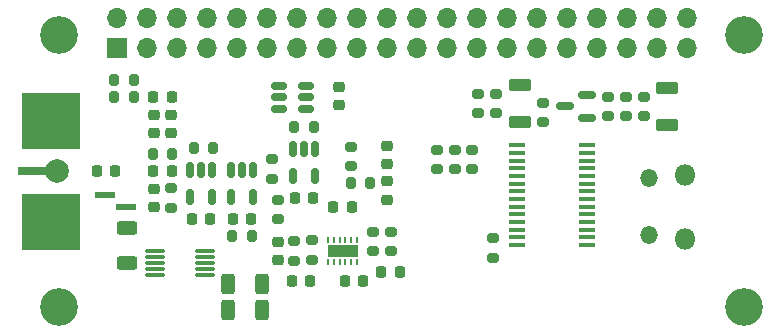
<source format=gbr>
%TF.GenerationSoftware,KiCad,Pcbnew,8.0.6*%
%TF.CreationDate,2024-12-01T10:06:18+07:00*%
%TF.ProjectId,ADC_pHAT_AFE_ADC10080,4144435f-7048-4415-945f-4146455f4144,rev?*%
%TF.SameCoordinates,PX5cbead0PY5705d50*%
%TF.FileFunction,Soldermask,Top*%
%TF.FilePolarity,Negative*%
%FSLAX46Y46*%
G04 Gerber Fmt 4.6, Leading zero omitted, Abs format (unit mm)*
G04 Created by KiCad (PCBNEW 8.0.6) date 2024-12-01 10:06:18*
%MOMM*%
%LPD*%
G01*
G04 APERTURE LIST*
G04 Aperture macros list*
%AMRoundRect*
0 Rectangle with rounded corners*
0 $1 Rounding radius*
0 $2 $3 $4 $5 $6 $7 $8 $9 X,Y pos of 4 corners*
0 Add a 4 corners polygon primitive as box body*
4,1,4,$2,$3,$4,$5,$6,$7,$8,$9,$2,$3,0*
0 Add four circle primitives for the rounded corners*
1,1,$1+$1,$2,$3*
1,1,$1+$1,$4,$5*
1,1,$1+$1,$6,$7*
1,1,$1+$1,$8,$9*
0 Add four rect primitives between the rounded corners*
20,1,$1+$1,$2,$3,$4,$5,0*
20,1,$1+$1,$4,$5,$6,$7,0*
20,1,$1+$1,$6,$7,$8,$9,0*
20,1,$1+$1,$8,$9,$2,$3,0*%
G04 Aperture macros list end*
%ADD10RoundRect,0.150000X0.587500X0.150000X-0.587500X0.150000X-0.587500X-0.150000X0.587500X-0.150000X0*%
%ADD11RoundRect,0.200000X0.275000X-0.200000X0.275000X0.200000X-0.275000X0.200000X-0.275000X-0.200000X0*%
%ADD12RoundRect,0.225000X0.225000X0.250000X-0.225000X0.250000X-0.225000X-0.250000X0.225000X-0.250000X0*%
%ADD13RoundRect,0.218750X-0.256250X0.218750X-0.256250X-0.218750X0.256250X-0.218750X0.256250X0.218750X0*%
%ADD14RoundRect,0.225000X-0.250000X0.225000X-0.250000X-0.225000X0.250000X-0.225000X0.250000X0.225000X0*%
%ADD15RoundRect,0.200000X0.200000X0.275000X-0.200000X0.275000X-0.200000X-0.275000X0.200000X-0.275000X0*%
%ADD16RoundRect,0.200000X-0.275000X0.200000X-0.275000X-0.200000X0.275000X-0.200000X0.275000X0.200000X0*%
%ADD17RoundRect,0.218750X0.256250X-0.218750X0.256250X0.218750X-0.256250X0.218750X-0.256250X-0.218750X0*%
%ADD18C,3.200000*%
%ADD19RoundRect,0.150000X0.512500X0.150000X-0.512500X0.150000X-0.512500X-0.150000X0.512500X-0.150000X0*%
%ADD20RoundRect,0.062500X0.062500X-0.187500X0.062500X0.187500X-0.062500X0.187500X-0.062500X-0.187500X0*%
%ADD21R,2.650000X1.000000*%
%ADD22RoundRect,0.200000X-0.200000X-0.275000X0.200000X-0.275000X0.200000X0.275000X-0.200000X0.275000X0*%
%ADD23C,2.000000*%
%ADD24R,2.350000X0.700000*%
%ADD25R,4.900000X4.800000*%
%ADD26RoundRect,0.250000X-0.700000X0.275000X-0.700000X-0.275000X0.700000X-0.275000X0.700000X0.275000X0*%
%ADD27RoundRect,0.075000X0.737500X0.075000X-0.737500X0.075000X-0.737500X-0.075000X0.737500X-0.075000X0*%
%ADD28RoundRect,0.225000X-0.225000X-0.250000X0.225000X-0.250000X0.225000X0.250000X-0.225000X0.250000X0*%
%ADD29R,1.475000X0.450000*%
%ADD30RoundRect,0.250000X-0.312500X-0.625000X0.312500X-0.625000X0.312500X0.625000X-0.312500X0.625000X0*%
%ADD31RoundRect,0.225000X0.250000X-0.225000X0.250000X0.225000X-0.250000X0.225000X-0.250000X-0.225000X0*%
%ADD32RoundRect,0.250000X0.625000X-0.312500X0.625000X0.312500X-0.625000X0.312500X-0.625000X-0.312500X0*%
%ADD33R,1.750000X0.600000*%
%ADD34RoundRect,0.150000X-0.150000X0.512500X-0.150000X-0.512500X0.150000X-0.512500X0.150000X0.512500X0*%
%ADD35R,1.700000X1.700000*%
%ADD36O,1.700000X1.700000*%
%ADD37O,1.800000X1.800000*%
%ADD38O,1.500000X1.500000*%
G04 APERTURE END LIST*
D10*
%TO.C,U2*%
X48187500Y19550000D03*
X48187500Y21450000D03*
X46312500Y20500000D03*
%TD*%
D11*
%TO.C,R2*%
X50000000Y19675000D03*
X50000000Y21325000D03*
%TD*%
D12*
%TO.C,C15*%
X29275000Y5750000D03*
X27725000Y5750000D03*
%TD*%
D13*
%TO.C,D3*%
X31250000Y14187500D03*
X31250000Y12612500D03*
%TD*%
D14*
%TO.C,C13*%
X22000000Y9025000D03*
X22000000Y7475000D03*
%TD*%
D15*
%TO.C,R11*%
X25075000Y18750000D03*
X23425000Y18750000D03*
%TD*%
D11*
%TO.C,C9*%
X38500000Y15175000D03*
X38500000Y16825000D03*
%TD*%
D16*
%TO.C,R14*%
X21500000Y16025000D03*
X21500000Y14375000D03*
%TD*%
D11*
%TO.C,R3*%
X30100000Y8225000D03*
X30100000Y9875000D03*
%TD*%
D17*
%TO.C,D2*%
X13000000Y18212500D03*
X13000000Y19787500D03*
%TD*%
D15*
%TO.C,R5*%
X9825000Y21250000D03*
X8175000Y21250000D03*
%TD*%
D18*
%TO.C,REF\u002A\u002A*%
X61500000Y3500000D03*
%TD*%
D19*
%TO.C,U8*%
X24387500Y20300000D03*
X24387500Y21250000D03*
X24387500Y22200000D03*
X22112500Y22200000D03*
X22112500Y21250000D03*
X22112500Y20300000D03*
%TD*%
D13*
%TO.C,D1*%
X11500000Y19787500D03*
X11500000Y18212500D03*
%TD*%
D20*
%TO.C,U3*%
X26250000Y7300000D03*
X26750000Y7300000D03*
X27250000Y7300000D03*
X27750000Y7300000D03*
X28250000Y7300000D03*
X28750000Y7300000D03*
X28750000Y9200000D03*
X28250000Y9200000D03*
X27750000Y9200000D03*
X27250000Y9200000D03*
X26750000Y9200000D03*
X26250000Y9200000D03*
D21*
X27500000Y8250000D03*
%TD*%
D22*
%TO.C,R19*%
X14925000Y17000000D03*
X16575000Y17000000D03*
%TD*%
D23*
%TO.C,REF\u002A\u002A*%
X3300000Y15000000D03*
%TD*%
D24*
%TO.C,J3*%
X1250000Y15000000D03*
D25*
X2825000Y19250000D03*
X2825000Y10750000D03*
%TD*%
D18*
%TO.C,REF\u002A\u002A*%
X3500000Y3500000D03*
%TD*%
D26*
%TO.C,FB2*%
X55000000Y22075000D03*
X55000000Y18925000D03*
%TD*%
D27*
%TO.C,U4*%
X15862500Y6250000D03*
X15862500Y6750000D03*
X15862500Y7250000D03*
X15862500Y7750000D03*
X15862500Y8250000D03*
X11637500Y8250000D03*
X11637500Y7750000D03*
X11637500Y7250000D03*
X11637500Y6750000D03*
X11637500Y6250000D03*
%TD*%
D28*
%TO.C,C18*%
X11475000Y15000000D03*
X13025000Y15000000D03*
%TD*%
D22*
%TO.C,R13*%
X28175000Y14000000D03*
X29825000Y14000000D03*
%TD*%
D11*
%TO.C,C3*%
X53000000Y19675000D03*
X53000000Y21325000D03*
%TD*%
D29*
%TO.C,IC1*%
X42307000Y17215000D03*
X42307000Y16565000D03*
X42307000Y15915000D03*
X42307000Y15265000D03*
X42307000Y14615000D03*
X42307000Y13965000D03*
X42307000Y13315000D03*
X42307000Y12665000D03*
X42307000Y12015000D03*
X42307000Y11365000D03*
X42307000Y10715000D03*
X42307000Y10065000D03*
X42307000Y9415000D03*
X42307000Y8765000D03*
X48183000Y8765000D03*
X48183000Y9415000D03*
X48183000Y10065000D03*
X48183000Y10715000D03*
X48183000Y11365000D03*
X48183000Y12015000D03*
X48183000Y12665000D03*
X48183000Y13315000D03*
X48183000Y13965000D03*
X48183000Y14615000D03*
X48183000Y15265000D03*
X48183000Y15915000D03*
X48183000Y16565000D03*
X48183000Y17215000D03*
%TD*%
D18*
%TO.C,REF\u002A\u002A*%
X61500000Y26500000D03*
%TD*%
D11*
%TO.C,C7*%
X35500000Y15175000D03*
X35500000Y16825000D03*
%TD*%
%TO.C,C2*%
X40500000Y19925000D03*
X40500000Y21575000D03*
%TD*%
%TO.C,C1*%
X39000000Y19925000D03*
X39000000Y21575000D03*
%TD*%
D30*
%TO.C,R8*%
X17787500Y3250000D03*
X20712500Y3250000D03*
%TD*%
D31*
%TO.C,C23*%
X31250000Y15625000D03*
X31250000Y17175000D03*
%TD*%
D22*
%TO.C,R12*%
X11425000Y16500000D03*
X13075000Y16500000D03*
%TD*%
D18*
%TO.C,REF\u002A\u002A*%
X3500000Y26500000D03*
%TD*%
D12*
%TO.C,C8*%
X24775000Y5750000D03*
X23225000Y5750000D03*
%TD*%
D11*
%TO.C,C4*%
X51500000Y19675000D03*
X51500000Y21325000D03*
%TD*%
D16*
%TO.C,R18*%
X28250000Y17075000D03*
X28250000Y15425000D03*
%TD*%
D28*
%TO.C,C21*%
X6725000Y15000000D03*
X8275000Y15000000D03*
%TD*%
D16*
%TO.C,R7*%
X24910000Y9150000D03*
X24910000Y7500000D03*
%TD*%
D14*
%TO.C,C22*%
X11500000Y13525000D03*
X11500000Y11975000D03*
%TD*%
D12*
%TO.C,C17*%
X16275000Y11000000D03*
X14725000Y11000000D03*
%TD*%
%TO.C,C20*%
X25025000Y12750000D03*
X23475000Y12750000D03*
%TD*%
D11*
%TO.C,C6*%
X37000000Y15175000D03*
X37000000Y16825000D03*
%TD*%
D32*
%TO.C,R9*%
X9250000Y7237500D03*
X9250000Y10162500D03*
%TD*%
D11*
%TO.C,R4*%
X31600000Y8225000D03*
X31600000Y9875000D03*
%TD*%
D33*
%TO.C,J1*%
X9125000Y12000000D03*
X7375000Y13000000D03*
%TD*%
D12*
%TO.C,C19*%
X19775000Y11000000D03*
X18225000Y11000000D03*
%TD*%
D34*
%TO.C,U6*%
X16450000Y15137500D03*
X15500000Y15137500D03*
X14550000Y15137500D03*
X14550000Y12862500D03*
X16450000Y12862500D03*
%TD*%
D16*
%TO.C,R17*%
X22000000Y12575000D03*
X22000000Y10925000D03*
%TD*%
%TO.C,C10*%
X40250000Y9325000D03*
X40250000Y7675000D03*
%TD*%
D11*
%TO.C,C5*%
X44500000Y19175000D03*
X44500000Y20825000D03*
%TD*%
D12*
%TO.C,C16*%
X13025000Y21250000D03*
X11475000Y21250000D03*
%TD*%
D22*
%TO.C,R10*%
X18175000Y9500000D03*
X19825000Y9500000D03*
%TD*%
D15*
%TO.C,R6*%
X9825000Y22750000D03*
X8175000Y22750000D03*
%TD*%
D16*
%TO.C,R1*%
X23410000Y9075000D03*
X23410000Y7425000D03*
%TD*%
D28*
%TO.C,C12*%
X26725000Y12000000D03*
X28275000Y12000000D03*
%TD*%
%TO.C,C14*%
X30775000Y6500000D03*
X32325000Y6500000D03*
%TD*%
D26*
%TO.C,FB1*%
X42500000Y22325000D03*
X42500000Y19175000D03*
%TD*%
D34*
%TO.C,U5*%
X25200000Y16887500D03*
X24250000Y16887500D03*
X23300000Y16887500D03*
X23300000Y14612500D03*
X25200000Y14612500D03*
%TD*%
D30*
%TO.C,R16*%
X17787500Y5500000D03*
X20712500Y5500000D03*
%TD*%
D11*
%TO.C,R15*%
X13000000Y11925000D03*
X13000000Y13575000D03*
%TD*%
D14*
%TO.C,C24*%
X27200000Y22175000D03*
X27200000Y20625000D03*
%TD*%
D34*
%TO.C,U7*%
X19950000Y15137500D03*
X19000000Y15137500D03*
X18050000Y15137500D03*
X18050000Y12862500D03*
X19950000Y12862500D03*
%TD*%
D35*
%TO.C,J2*%
X8400000Y25460000D03*
D36*
X8400000Y28000000D03*
X10940000Y25460000D03*
X10940000Y28000000D03*
X13480000Y25460000D03*
X13480000Y28000000D03*
X16020000Y25460000D03*
X16020000Y28000000D03*
X18560000Y25460000D03*
X18560000Y28000000D03*
X21100000Y25460000D03*
X21100000Y28000000D03*
X23640000Y25460000D03*
X23640000Y28000000D03*
X26180000Y25460000D03*
X26180000Y28000000D03*
X28720000Y25460000D03*
X28720000Y28000000D03*
X31260000Y25460000D03*
X31260000Y28000000D03*
X33800000Y25460000D03*
X33800000Y28000000D03*
X36340000Y25460000D03*
X36340000Y28000000D03*
X38880000Y25460000D03*
X38880000Y28000000D03*
X41420000Y25460000D03*
X41420000Y28000000D03*
X43960000Y25460000D03*
X43960000Y28000000D03*
X46500000Y25460000D03*
X46500000Y28000000D03*
X49040000Y25460000D03*
X49040000Y28000000D03*
X51580000Y25460000D03*
X51580000Y28000000D03*
X54120000Y25460000D03*
X54120000Y28000000D03*
X56660000Y25460000D03*
X56660000Y28000000D03*
%TD*%
D37*
%TO.C,U1*%
X56500000Y9275000D03*
D38*
X53470000Y9575000D03*
X53470000Y14425000D03*
D37*
X56500000Y14725000D03*
%TD*%
M02*

</source>
